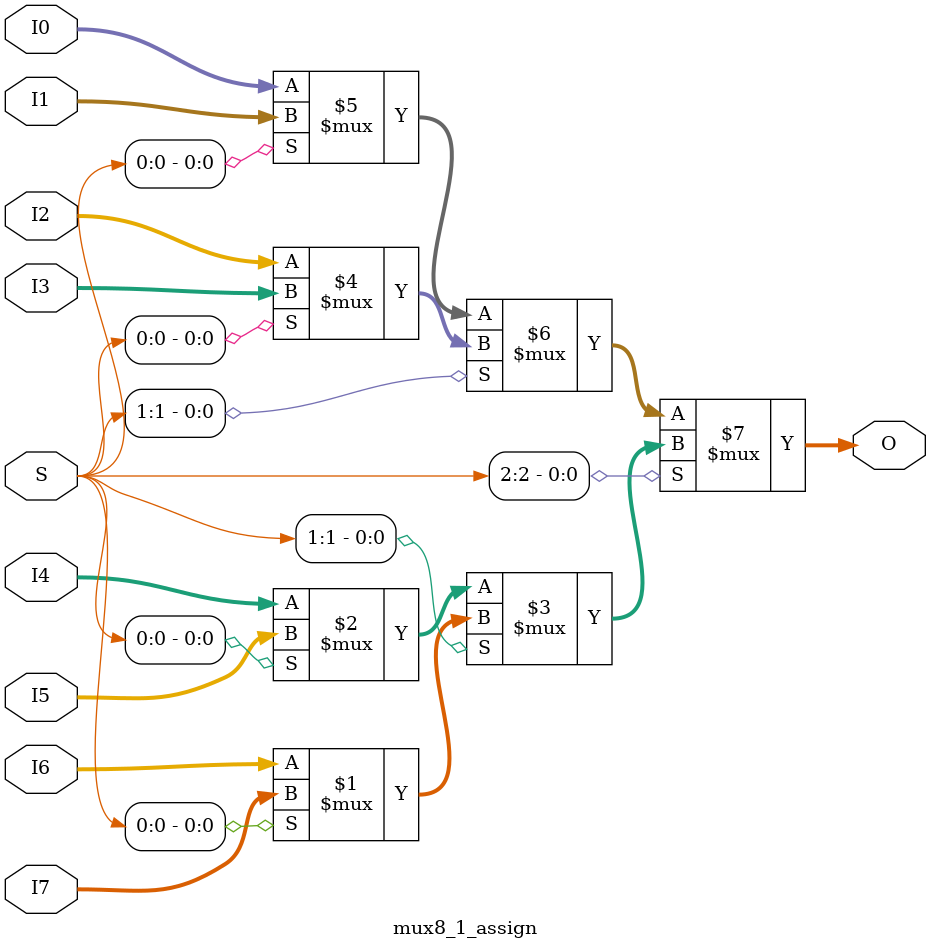
<source format=v>
module mux8_1_assign (
input [7:0] I0,I1,I2,I3,I4,I5,I6,I7,
input [2:0] S,
output [7:0] O
);
assign O = S[2]?(S[1]?(S[0]?I7:I6):(S[0]?I5:I4)):
(S[1]?(S[0]?I3:I2):(S[0]?I1:I0));
endmodule
</source>
